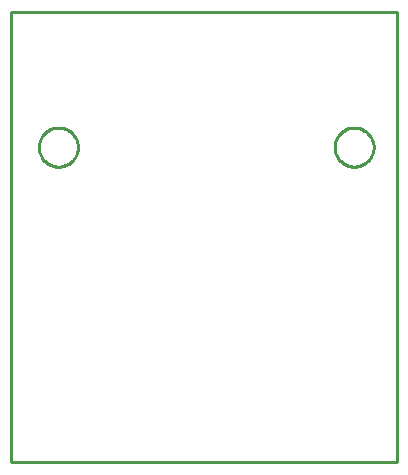
<source format=gbr>
G04 EAGLE Gerber RS-274X export*
G75*
%MOMM*%
%FSLAX34Y34*%
%LPD*%
%IN*%
%IPPOS*%
%AMOC8*
5,1,8,0,0,1.08239X$1,22.5*%
G01*
%ADD10C,0.254000*%


D10*
X0Y0D02*
X326900Y0D01*
X326900Y380900D01*
X0Y380900D01*
X0Y0D01*
X56388Y266160D02*
X56317Y265081D01*
X56176Y264009D01*
X55965Y262949D01*
X55686Y261905D01*
X55338Y260881D01*
X54924Y259883D01*
X54446Y258913D01*
X53906Y257977D01*
X53305Y257078D01*
X52647Y256221D01*
X51935Y255408D01*
X51170Y254644D01*
X50357Y253931D01*
X49500Y253273D01*
X48601Y252672D01*
X47665Y252132D01*
X46695Y251654D01*
X45697Y251240D01*
X44673Y250892D01*
X43629Y250613D01*
X42569Y250402D01*
X41497Y250261D01*
X40418Y250190D01*
X39338Y250190D01*
X38259Y250261D01*
X37187Y250402D01*
X36127Y250613D01*
X35083Y250892D01*
X34059Y251240D01*
X33061Y251654D01*
X32091Y252132D01*
X31155Y252672D01*
X30256Y253273D01*
X29399Y253931D01*
X28586Y254644D01*
X27822Y255408D01*
X27109Y256221D01*
X26451Y257078D01*
X25850Y257977D01*
X25310Y258913D01*
X24832Y259883D01*
X24418Y260881D01*
X24070Y261905D01*
X23791Y262949D01*
X23580Y264009D01*
X23439Y265081D01*
X23368Y266160D01*
X23368Y267240D01*
X23439Y268319D01*
X23580Y269391D01*
X23791Y270451D01*
X24070Y271495D01*
X24418Y272519D01*
X24832Y273517D01*
X25310Y274487D01*
X25850Y275423D01*
X26451Y276322D01*
X27109Y277179D01*
X27822Y277992D01*
X28586Y278757D01*
X29399Y279469D01*
X30256Y280127D01*
X31155Y280728D01*
X32091Y281268D01*
X33061Y281746D01*
X34059Y282160D01*
X35083Y282508D01*
X36127Y282787D01*
X37187Y282998D01*
X38259Y283139D01*
X39338Y283210D01*
X40418Y283210D01*
X41497Y283139D01*
X42569Y282998D01*
X43629Y282787D01*
X44673Y282508D01*
X45697Y282160D01*
X46695Y281746D01*
X47665Y281268D01*
X48601Y280728D01*
X49500Y280127D01*
X50357Y279469D01*
X51170Y278757D01*
X51935Y277992D01*
X52647Y277179D01*
X53305Y276322D01*
X53906Y275423D01*
X54446Y274487D01*
X54924Y273517D01*
X55338Y272519D01*
X55686Y271495D01*
X55965Y270451D01*
X56176Y269391D01*
X56317Y268319D01*
X56388Y267240D01*
X56388Y266160D01*
X306832Y266160D02*
X306761Y265081D01*
X306620Y264009D01*
X306409Y262949D01*
X306130Y261905D01*
X305782Y260881D01*
X305368Y259883D01*
X304890Y258913D01*
X304350Y257977D01*
X303749Y257078D01*
X303091Y256221D01*
X302379Y255408D01*
X301614Y254644D01*
X300801Y253931D01*
X299944Y253273D01*
X299045Y252672D01*
X298109Y252132D01*
X297139Y251654D01*
X296141Y251240D01*
X295117Y250892D01*
X294073Y250613D01*
X293013Y250402D01*
X291941Y250261D01*
X290862Y250190D01*
X289782Y250190D01*
X288703Y250261D01*
X287631Y250402D01*
X286571Y250613D01*
X285527Y250892D01*
X284503Y251240D01*
X283505Y251654D01*
X282535Y252132D01*
X281599Y252672D01*
X280700Y253273D01*
X279843Y253931D01*
X279030Y254644D01*
X278266Y255408D01*
X277553Y256221D01*
X276895Y257078D01*
X276294Y257977D01*
X275754Y258913D01*
X275276Y259883D01*
X274862Y260881D01*
X274514Y261905D01*
X274235Y262949D01*
X274024Y264009D01*
X273883Y265081D01*
X273812Y266160D01*
X273812Y267240D01*
X273883Y268319D01*
X274024Y269391D01*
X274235Y270451D01*
X274514Y271495D01*
X274862Y272519D01*
X275276Y273517D01*
X275754Y274487D01*
X276294Y275423D01*
X276895Y276322D01*
X277553Y277179D01*
X278266Y277992D01*
X279030Y278757D01*
X279843Y279469D01*
X280700Y280127D01*
X281599Y280728D01*
X282535Y281268D01*
X283505Y281746D01*
X284503Y282160D01*
X285527Y282508D01*
X286571Y282787D01*
X287631Y282998D01*
X288703Y283139D01*
X289782Y283210D01*
X290862Y283210D01*
X291941Y283139D01*
X293013Y282998D01*
X294073Y282787D01*
X295117Y282508D01*
X296141Y282160D01*
X297139Y281746D01*
X298109Y281268D01*
X299045Y280728D01*
X299944Y280127D01*
X300801Y279469D01*
X301614Y278757D01*
X302379Y277992D01*
X303091Y277179D01*
X303749Y276322D01*
X304350Y275423D01*
X304890Y274487D01*
X305368Y273517D01*
X305782Y272519D01*
X306130Y271495D01*
X306409Y270451D01*
X306620Y269391D01*
X306761Y268319D01*
X306832Y267240D01*
X306832Y266160D01*
M02*

</source>
